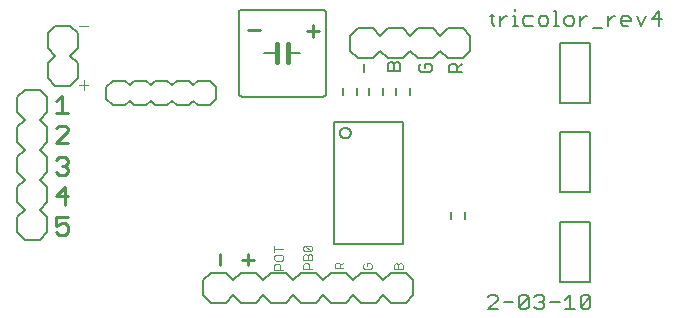
<source format=gto>
G75*
G70*
%OFA0B0*%
%FSLAX24Y24*%
%IPPOS*%
%LPD*%
%AMOC8*
5,1,8,0,0,1.08239X$1,22.5*
%
%ADD10C,0.0110*%
%ADD11C,0.0080*%
%ADD12C,0.0040*%
%ADD13C,0.0030*%
%ADD14C,0.0050*%
%ADD15C,0.0060*%
%ADD16C,0.0160*%
D10*
X002518Y003035D02*
X002419Y003133D01*
X002518Y003035D02*
X002715Y003035D01*
X002813Y003133D01*
X002813Y003330D01*
X002715Y003428D01*
X002616Y003428D01*
X002419Y003330D01*
X002419Y003625D01*
X002813Y003625D01*
X002715Y004035D02*
X002715Y004625D01*
X002419Y004330D01*
X002813Y004330D01*
X002715Y005035D02*
X002518Y005035D01*
X002419Y005133D01*
X002715Y005035D02*
X002813Y005133D01*
X002813Y005231D01*
X002715Y005330D01*
X002616Y005330D01*
X002715Y005330D02*
X002813Y005428D01*
X002813Y005527D01*
X002715Y005625D01*
X002518Y005625D01*
X002419Y005527D01*
X002419Y006085D02*
X002813Y006478D01*
X002813Y006577D01*
X002715Y006675D01*
X002518Y006675D01*
X002419Y006577D01*
X002419Y006085D02*
X002813Y006085D01*
X002813Y007085D02*
X002419Y007085D01*
X002616Y007085D02*
X002616Y007675D01*
X002419Y007478D01*
X008816Y009844D02*
X009210Y009844D01*
X010802Y009836D02*
X011196Y009836D01*
X010999Y010032D02*
X010999Y009639D01*
X008825Y002403D02*
X008825Y002010D01*
X008628Y002207D02*
X009022Y002207D01*
X007885Y002013D02*
X007885Y002407D01*
D11*
X001883Y002862D02*
X001383Y002862D01*
X001133Y003112D01*
X001133Y003612D01*
X001383Y003862D01*
X001133Y004112D01*
X001133Y004612D01*
X001383Y004862D01*
X001133Y005112D01*
X001133Y005612D01*
X001383Y005862D01*
X001133Y006112D01*
X001133Y006612D01*
X001383Y006862D01*
X001133Y007112D01*
X001133Y007612D01*
X001383Y007862D01*
X001883Y007862D01*
X002133Y007612D01*
X002133Y007112D01*
X001883Y006862D01*
X002133Y006612D01*
X002133Y006112D01*
X001883Y005862D01*
X002133Y005612D01*
X002133Y005112D01*
X001883Y004862D01*
X002133Y004612D01*
X002133Y004112D01*
X001883Y003862D01*
X002133Y003612D01*
X002133Y003112D01*
X001883Y002862D01*
X007333Y001512D02*
X007333Y001012D01*
X007583Y000762D01*
X008083Y000762D01*
X008333Y001012D01*
X008583Y000762D01*
X009083Y000762D01*
X009333Y001012D01*
X009583Y000762D01*
X010083Y000762D01*
X010333Y001012D01*
X010583Y000762D01*
X011083Y000762D01*
X011333Y001012D01*
X011583Y000762D01*
X012083Y000762D01*
X012333Y001012D01*
X012583Y000762D01*
X013083Y000762D01*
X013333Y001012D01*
X013583Y000762D01*
X014083Y000762D01*
X014333Y001012D01*
X014333Y001512D01*
X014083Y001762D01*
X013583Y001762D01*
X013333Y001512D01*
X013083Y001762D01*
X012583Y001762D01*
X012333Y001512D01*
X012083Y001762D01*
X011583Y001762D01*
X011333Y001512D01*
X011083Y001762D01*
X010583Y001762D01*
X010333Y001512D01*
X010083Y001762D01*
X009583Y001762D01*
X009333Y001512D01*
X009083Y001762D01*
X008583Y001762D01*
X008333Y001512D01*
X008083Y001762D01*
X007583Y001762D01*
X007333Y001512D01*
X016823Y000952D02*
X016903Y001032D01*
X017063Y001032D01*
X017143Y000952D01*
X017143Y000872D01*
X016823Y000552D01*
X017143Y000552D01*
X017338Y000792D02*
X017658Y000792D01*
X017854Y000632D02*
X017854Y000952D01*
X017934Y001032D01*
X018094Y001032D01*
X018174Y000952D01*
X017854Y000632D01*
X017934Y000552D01*
X018094Y000552D01*
X018174Y000632D01*
X018174Y000952D01*
X018369Y000952D02*
X018450Y001032D01*
X018610Y001032D01*
X018690Y000952D01*
X018690Y000872D01*
X018610Y000792D01*
X018690Y000712D01*
X018690Y000632D01*
X018610Y000552D01*
X018450Y000552D01*
X018369Y000632D01*
X018530Y000792D02*
X018610Y000792D01*
X018885Y000792D02*
X019205Y000792D01*
X019401Y000872D02*
X019561Y001032D01*
X019561Y000552D01*
X019401Y000552D02*
X019721Y000552D01*
X019916Y000632D02*
X020237Y000952D01*
X020237Y000632D01*
X020157Y000552D01*
X019996Y000552D01*
X019916Y000632D01*
X019916Y000952D01*
X019996Y001032D01*
X020157Y001032D01*
X020237Y000952D01*
X003151Y008258D02*
X002901Y008008D01*
X002401Y008008D01*
X002151Y008258D01*
X002151Y008758D01*
X002401Y009008D01*
X002151Y009258D01*
X002151Y009758D01*
X002401Y010008D01*
X002901Y010008D01*
X003151Y009758D01*
X003151Y009258D01*
X002901Y009008D01*
X003151Y008758D01*
X003151Y008258D01*
X012233Y009162D02*
X012233Y009662D01*
X012483Y009912D01*
X012983Y009912D01*
X013233Y009662D01*
X013483Y009912D01*
X013983Y009912D01*
X014233Y009662D01*
X014483Y009912D01*
X014983Y009912D01*
X015233Y009662D01*
X015483Y009912D01*
X015983Y009912D01*
X016233Y009662D01*
X016233Y009162D01*
X015983Y008912D01*
X015483Y008912D01*
X015233Y009162D01*
X014983Y008912D01*
X014483Y008912D01*
X014233Y009162D01*
X013983Y008912D01*
X013483Y008912D01*
X013233Y009162D01*
X012983Y008912D01*
X012483Y008912D01*
X012233Y009162D01*
X012682Y008732D02*
X012682Y008452D01*
X013472Y008502D02*
X013472Y008712D01*
X013542Y008782D01*
X013612Y008782D01*
X013682Y008712D01*
X013682Y008502D01*
X013472Y008502D02*
X013893Y008502D01*
X013893Y008712D01*
X013823Y008782D01*
X013752Y008782D01*
X013682Y008712D01*
X014522Y008662D02*
X014522Y008522D01*
X014592Y008452D01*
X014873Y008452D01*
X014943Y008522D01*
X014943Y008662D01*
X014873Y008732D01*
X014732Y008732D01*
X014732Y008592D01*
X014592Y008732D02*
X014522Y008662D01*
X015522Y008662D02*
X015522Y008452D01*
X015943Y008452D01*
X015802Y008452D02*
X015802Y008662D01*
X015732Y008732D01*
X015592Y008732D01*
X015522Y008662D01*
X015802Y008592D02*
X015943Y008732D01*
X017033Y010002D02*
X016953Y010082D01*
X016953Y010402D01*
X016873Y010322D02*
X017033Y010322D01*
X017216Y010322D02*
X017216Y010002D01*
X017216Y010162D02*
X017376Y010322D01*
X017457Y010322D01*
X017646Y010322D02*
X017726Y010322D01*
X017726Y010002D01*
X017646Y010002D02*
X017806Y010002D01*
X017990Y010082D02*
X018070Y010002D01*
X018310Y010002D01*
X018505Y010082D02*
X018585Y010002D01*
X018746Y010002D01*
X018826Y010082D01*
X018826Y010242D01*
X018746Y010322D01*
X018585Y010322D01*
X018505Y010242D01*
X018505Y010082D01*
X018310Y010322D02*
X018070Y010322D01*
X017990Y010242D01*
X017990Y010082D01*
X017726Y010482D02*
X017726Y010563D01*
X019021Y010482D02*
X019101Y010482D01*
X019101Y010002D01*
X019021Y010002D02*
X019181Y010002D01*
X019365Y010082D02*
X019445Y010002D01*
X019605Y010002D01*
X019685Y010082D01*
X019685Y010242D01*
X019605Y010322D01*
X019445Y010322D01*
X019365Y010242D01*
X019365Y010082D01*
X019880Y010002D02*
X019880Y010322D01*
X019880Y010162D02*
X020041Y010322D01*
X020121Y010322D01*
X020310Y009922D02*
X020630Y009922D01*
X020826Y010002D02*
X020826Y010322D01*
X020826Y010162D02*
X020986Y010322D01*
X021066Y010322D01*
X021255Y010242D02*
X021335Y010322D01*
X021496Y010322D01*
X021576Y010242D01*
X021576Y010162D01*
X021255Y010162D01*
X021255Y010082D02*
X021255Y010242D01*
X021255Y010082D02*
X021335Y010002D01*
X021496Y010002D01*
X021771Y010322D02*
X021931Y010002D01*
X022091Y010322D01*
X022287Y010242D02*
X022607Y010242D01*
X022527Y010482D02*
X022287Y010242D01*
X022527Y010002D02*
X022527Y010482D01*
D12*
X003480Y009982D02*
X003173Y009982D01*
X003347Y008182D02*
X003347Y007875D01*
X003194Y008029D02*
X003500Y008029D01*
D13*
X009698Y002655D02*
X009698Y002461D01*
X009698Y002558D02*
X009989Y002558D01*
X009940Y002360D02*
X009747Y002360D01*
X009698Y002312D01*
X009698Y002215D01*
X009747Y002167D01*
X009940Y002167D01*
X009989Y002215D01*
X009989Y002312D01*
X009940Y002360D01*
X009844Y002066D02*
X009892Y002017D01*
X009892Y001872D01*
X009989Y001872D02*
X009698Y001872D01*
X009698Y002017D01*
X009747Y002066D01*
X009844Y002066D01*
X010670Y002038D02*
X010670Y001893D01*
X010961Y001893D01*
X010864Y001893D02*
X010864Y002038D01*
X010816Y002086D01*
X010719Y002086D01*
X010670Y002038D01*
X010670Y002187D02*
X010670Y002333D01*
X010719Y002381D01*
X010767Y002381D01*
X010816Y002333D01*
X010816Y002187D01*
X010961Y002187D02*
X010961Y002333D01*
X010912Y002381D01*
X010864Y002381D01*
X010816Y002333D01*
X010912Y002482D02*
X010719Y002482D01*
X010670Y002530D01*
X010670Y002627D01*
X010719Y002676D01*
X010912Y002482D01*
X010961Y002530D01*
X010961Y002627D01*
X010912Y002676D01*
X010719Y002676D01*
X010670Y002187D02*
X010961Y002187D01*
X011705Y002059D02*
X011705Y001913D01*
X011995Y001913D01*
X011898Y001913D02*
X011898Y002059D01*
X011850Y002107D01*
X011753Y002107D01*
X011705Y002059D01*
X011898Y002010D02*
X011995Y002107D01*
X012656Y002038D02*
X012656Y001941D01*
X012705Y001893D01*
X012898Y001893D01*
X012947Y001941D01*
X012947Y002038D01*
X012898Y002086D01*
X012801Y002086D01*
X012801Y001990D01*
X012801Y002086D01*
X012898Y002086D01*
X012947Y002038D01*
X012947Y001941D01*
X012898Y001893D01*
X012705Y001893D01*
X012656Y001941D01*
X012656Y002038D01*
X012705Y002086D01*
X012656Y002038D01*
X013691Y002038D02*
X013691Y001893D01*
X013981Y001893D01*
X013981Y002038D01*
X013932Y002086D01*
X013884Y002086D01*
X013836Y002038D01*
X013836Y001893D01*
X013836Y002038D02*
X013787Y002086D01*
X013739Y002086D01*
X013691Y002038D01*
D14*
X019233Y001462D02*
X019233Y003462D01*
X020233Y003462D01*
X020233Y001462D01*
X019233Y001462D01*
X019233Y004462D02*
X019233Y006462D01*
X020233Y006462D01*
X020233Y004462D01*
X019233Y004462D01*
X019233Y007412D02*
X019233Y009412D01*
X020233Y009412D01*
X020233Y007412D01*
X019233Y007412D01*
X007764Y007566D02*
X007764Y007959D01*
X007548Y008176D01*
X007154Y008176D01*
X006997Y008018D01*
X006839Y008176D01*
X006446Y008176D01*
X006288Y008018D01*
X006131Y008176D01*
X005737Y008176D01*
X005579Y008018D01*
X005422Y008176D01*
X005028Y008176D01*
X004871Y008018D01*
X004713Y008176D01*
X004320Y008176D01*
X004103Y007959D01*
X004103Y007566D01*
X004320Y007349D01*
X004713Y007349D01*
X004871Y007507D01*
X005028Y007349D01*
X005422Y007349D01*
X005579Y007507D01*
X005737Y007349D01*
X006131Y007349D01*
X006288Y007507D01*
X006446Y007349D01*
X006839Y007349D01*
X006997Y007507D01*
X007154Y007349D01*
X007548Y007349D01*
X007764Y007566D01*
D15*
X008511Y007742D02*
X008511Y010442D01*
X008513Y010459D01*
X008517Y010476D01*
X008524Y010492D01*
X008534Y010506D01*
X008547Y010519D01*
X008561Y010529D01*
X008577Y010536D01*
X008594Y010540D01*
X008611Y010542D01*
X011311Y010542D01*
X011328Y010540D01*
X011345Y010536D01*
X011361Y010529D01*
X011375Y010519D01*
X011388Y010506D01*
X011398Y010492D01*
X011405Y010476D01*
X011409Y010459D01*
X011411Y010442D01*
X011411Y007742D01*
X011409Y007725D01*
X011405Y007708D01*
X011398Y007692D01*
X011388Y007678D01*
X011375Y007665D01*
X011361Y007655D01*
X011345Y007648D01*
X011328Y007644D01*
X011311Y007642D01*
X008611Y007642D01*
X008594Y007644D01*
X008577Y007648D01*
X008561Y007655D01*
X008547Y007665D01*
X008534Y007678D01*
X008524Y007692D01*
X008517Y007708D01*
X008513Y007725D01*
X008511Y007742D01*
X009361Y009092D02*
X009791Y009092D01*
X010141Y009092D02*
X010561Y009092D01*
X011996Y007930D02*
X011996Y007694D01*
X012469Y007694D02*
X012469Y007930D01*
X012846Y007930D02*
X012846Y007694D01*
X013319Y007694D02*
X013319Y007930D01*
X013746Y007930D02*
X013746Y007694D01*
X014219Y007694D02*
X014219Y007930D01*
X013984Y006809D02*
X011681Y006809D01*
X011681Y002715D01*
X013984Y002715D01*
X013984Y006809D01*
X011884Y006425D02*
X011886Y006451D01*
X011892Y006477D01*
X011901Y006502D01*
X011914Y006525D01*
X011930Y006546D01*
X011949Y006564D01*
X011971Y006580D01*
X011994Y006592D01*
X012019Y006600D01*
X012045Y006605D01*
X012072Y006606D01*
X012098Y006603D01*
X012123Y006596D01*
X012148Y006586D01*
X012170Y006572D01*
X012191Y006555D01*
X012208Y006536D01*
X012223Y006514D01*
X012234Y006490D01*
X012242Y006464D01*
X012246Y006438D01*
X012246Y006412D01*
X012242Y006386D01*
X012234Y006360D01*
X012223Y006336D01*
X012208Y006314D01*
X012191Y006295D01*
X012170Y006278D01*
X012148Y006264D01*
X012123Y006254D01*
X012098Y006247D01*
X012072Y006244D01*
X012045Y006245D01*
X012019Y006250D01*
X011994Y006258D01*
X011971Y006270D01*
X011949Y006286D01*
X011930Y006304D01*
X011914Y006325D01*
X011901Y006348D01*
X011892Y006373D01*
X011886Y006399D01*
X011884Y006425D01*
X015596Y003780D02*
X015596Y003544D01*
X016069Y003544D02*
X016069Y003780D01*
D16*
X010141Y008792D02*
X010141Y009092D01*
X010141Y009392D01*
X009791Y009392D02*
X009791Y009092D01*
X009791Y008792D01*
M02*

</source>
